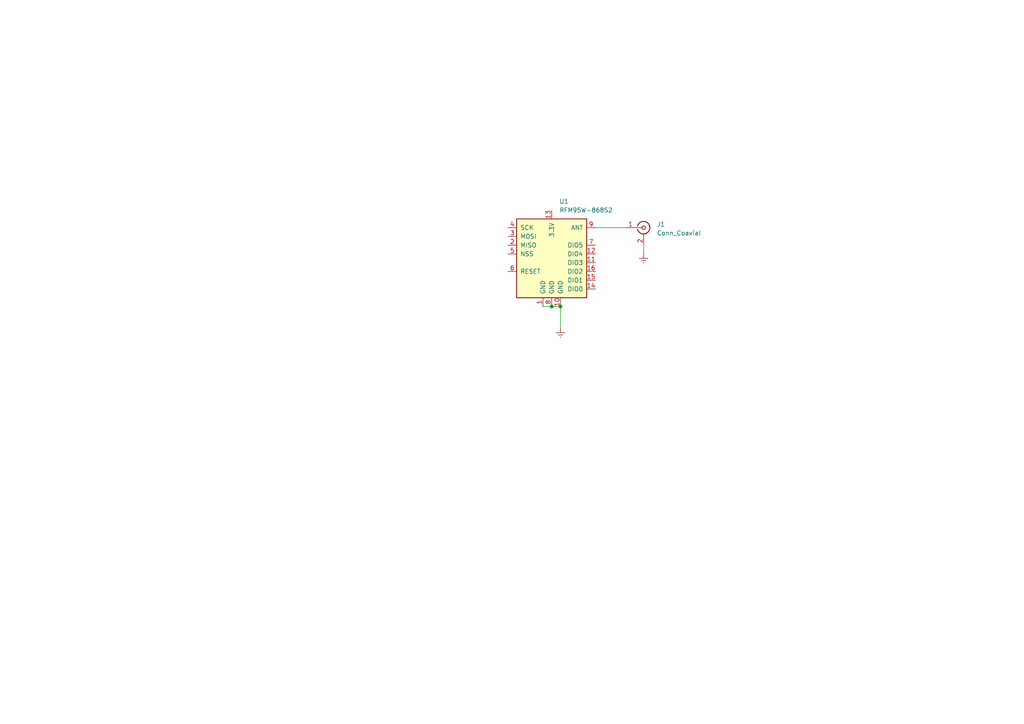
<source format=kicad_sch>
(kicad_sch (version 20230121) (generator eeschema)
  (paper "A4")
  (lib_symbols
    (symbol "Connector:Conn_Coaxial" (pin_names (offset 1.016) hide)
      (property "Reference" "J" (at 0.254 3.048 0))
      (property "Value" "Conn_Coaxial" (at 2.921 0 90))
      (symbol "Conn_Coaxial_0_1"
        (arc (start -1.778 -0.508) (mid 0.2311 -1.8066) (end 1.778 0) (stroke (width 0.254)))
        (polyline (pts (xy -2.54 0) (xy -0.508 0)))
        (polyline (pts (xy 0 -2.54) (xy 0 -1.778)))
        (circle (center 0 0) (radius 0.508) (stroke (width 0.2032)))
        (arc (start 1.778 0) (mid 0.2099 1.8101) (end -1.778 0.508) (stroke (width 0.254)))
      )
      (symbol "Conn_Coaxial_1_1"
        (pin passive line (at -5.08 0 0) (length 2.54) (name "In") (number "1"))
        (pin passive line (at 0 -5.08 90) (length 2.54) (name "Ext") (number "2"))
      )
    )
    (symbol "RF_Module:RFM95W-868S2" (pin_names (offset 1.016))
      (property "Reference" "U" (at -10.414 11.684 0))
      (property "Value" "RFM95W-868S2" (at 1.524 11.43 0))
      (symbol "RFM95W-868S2_0_1"
        (rectangle (start -10.16 10.16) (end 10.16 -12.7) (stroke (width 0.254)) (fill (type background)))
      )
      (symbol "RFM95W-868S2_1_1"
        (pin power_in line (at -2.54 -15.24 90) (length 2.54) (name "GND") (number "1"))
        (pin power_in line (at 2.54 -15.24 90) (length 2.54) (name "GND") (number "10"))
        (pin bidirectional line (at 12.7 -2.54 180) (length 2.54) (name "DIO3") (number "11"))
        (pin bidirectional line (at 12.7 0 180) (length 2.54) (name "DIO4") (number "12"))
        (pin power_in line (at 0 12.7 270) (length 2.54) (name "3.3V") (number "13"))
        (pin bidirectional line (at 12.7 -10.16 180) (length 2.54) (name "DIO0") (number "14"))
        (pin bidirectional line (at 12.7 -7.62 180) (length 2.54) (name "DIO1") (number "15"))
        (pin bidirectional line (at 12.7 -5.08 180) (length 2.54) (name "DIO2") (number "16"))
        (pin output line (at -12.7 2.54 0) (length 2.54) (name "MISO") (number "2"))
        (pin input line (at -12.7 5.08 0) (length 2.54) (name "MOSI") (number "3"))
        (pin input line (at -12.7 7.62 0) (length 2.54) (name "SCK") (number "4"))
        (pin input line (at -12.7 0 0) (length 2.54) (name "NSS") (number "5"))
        (pin bidirectional line (at -12.7 -5.08 0) (length 2.54) (name "RESET") (number "6"))
        (pin bidirectional line (at 12.7 2.54 180) (length 2.54) (name "DIO5") (number "7"))
        (pin power_in line (at 0 -15.24 90) (length 2.54) (name "GND") (number "8"))
        (pin bidirectional line (at 12.7 7.62 180) (length 2.54) (name "ANT") (number "9"))
      )
    )
    (symbol "power:Earth" (power) (pin_names (offset 0))
      (symbol "Earth_0_1"
        (polyline (pts (xy -0.635 -1.905) (xy 0.635 -1.905)))
        (polyline (pts (xy -0.127 -2.54) (xy 0.127 -2.54)))
        (polyline (pts (xy 0 -1.27) (xy 0 0)))
        (polyline (pts (xy 1.27 -1.27) (xy -1.27 -1.27)))
      )
      (symbol "Earth_1_1"
        (pin power_in line (at 0 0 270) (length 0) hide (name "Earth") (number "1"))
      )
    )
  )
  (junction (at 160.02 88.9))
  (junction (at 162.56 88.9))
  (wire (pts (xy 186.69 71.12) (xy 186.69 73.66)))
  (wire (pts (xy 157.48 88.9) (xy 160.02 88.9)))
  (wire (pts (xy 160.02 88.9) (xy 162.56 88.9)))
  (wire (pts (xy 162.56 88.9) (xy 162.56 95.25)))
  (wire (pts (xy 172.72 66.04) (xy 181.61 66.04)))
  (symbol (lib_id "power:Earth") (at 186.69 73.66 0) (unit 1)
    (property "Reference" "#PWR02" (effects hide))
    (property "Value" "Earth" (effects hide))
  )
  (symbol (lib_id "Connector:Conn_Coaxial") (at 186.69 66.04 0) (unit 1)
    (property "Reference" "J1" (at 190.5 65.0632 0) (effects (justify left)))
    (property "Value" "Conn_Coaxial" (at 190.5 67.6032 0) (effects (justify left)))
    (property "Footprint" "Connector_Coaxial:SMA_Amphenol_132134-16_Vertical" (effects hide))
    (property "Datasheet" " ~" (effects hide))
  )
  (symbol (lib_id "RF_Module:RFM95W-868S2") (at 160.02 73.66 0) (unit 1)
    (property "Reference" "U1" (at 162.2141 58.42 0) (effects (justify left)))
    (property "Value" "RFM95W-868S2" (at 162.2141 60.96 0) (effects (justify left)))
    (property "Footprint" "Library:RFM95" (effects hide))
    (property "Datasheet" "https://www.hoperf.com/data/upload/portal/20181127/5bfcbea20e9ef.pdf" (effects hide))
  )
  (symbol (lib_id "power:Earth") (at 162.56 95.25 0) (unit 1)
    (property "Reference" "#PWR01" (effects hide))
    (property "Value" "Earth" (effects hide))
  )
)
</source>
